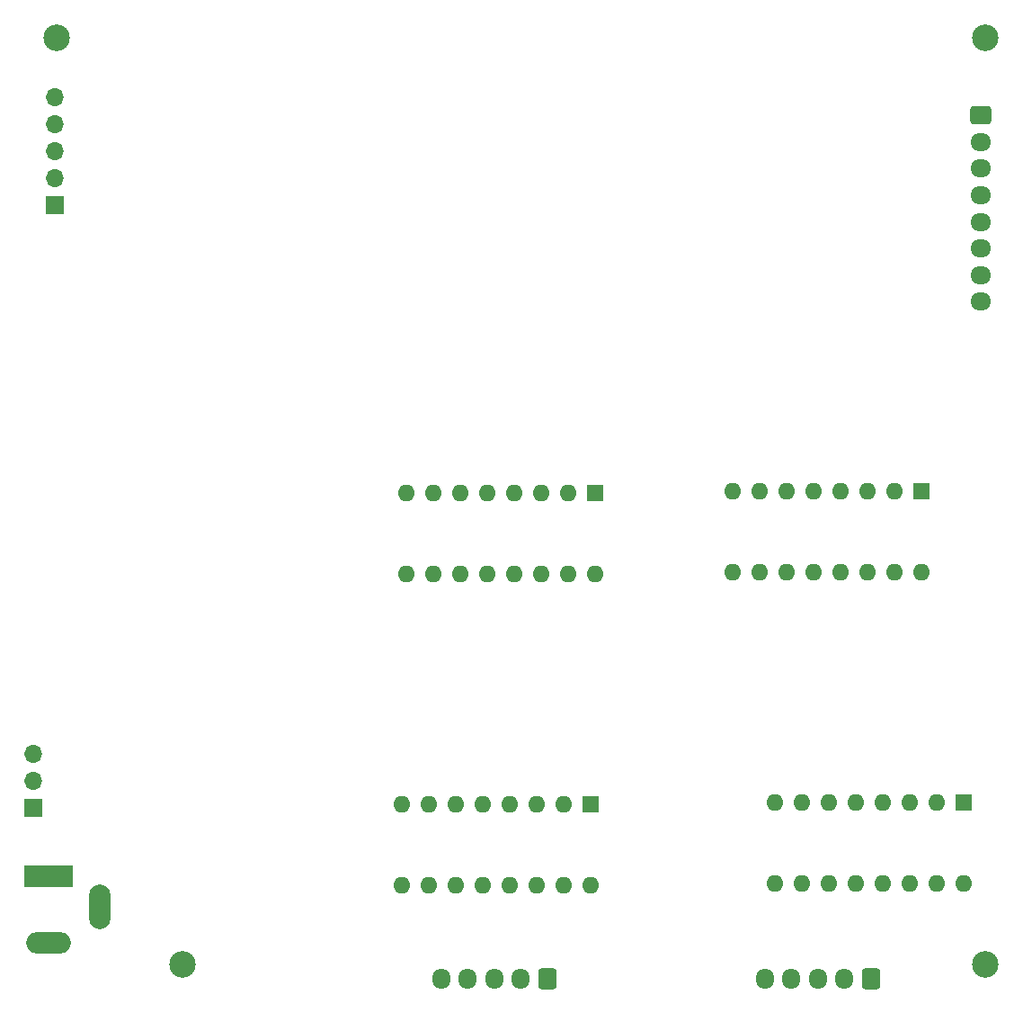
<source format=gbr>
%TF.GenerationSoftware,KiCad,Pcbnew,(6.0.7)*%
%TF.CreationDate,2022-10-20T08:35:26-05:00*%
%TF.ProjectId,ESP32,45535033-322e-46b6-9963-61645f706362,rev?*%
%TF.SameCoordinates,Original*%
%TF.FileFunction,Soldermask,Bot*%
%TF.FilePolarity,Negative*%
%FSLAX46Y46*%
G04 Gerber Fmt 4.6, Leading zero omitted, Abs format (unit mm)*
G04 Created by KiCad (PCBNEW (6.0.7)) date 2022-10-20 08:35:26*
%MOMM*%
%LPD*%
G01*
G04 APERTURE LIST*
G04 Aperture macros list*
%AMRoundRect*
0 Rectangle with rounded corners*
0 $1 Rounding radius*
0 $2 $3 $4 $5 $6 $7 $8 $9 X,Y pos of 4 corners*
0 Add a 4 corners polygon primitive as box body*
4,1,4,$2,$3,$4,$5,$6,$7,$8,$9,$2,$3,0*
0 Add four circle primitives for the rounded corners*
1,1,$1+$1,$2,$3*
1,1,$1+$1,$4,$5*
1,1,$1+$1,$6,$7*
1,1,$1+$1,$8,$9*
0 Add four rect primitives between the rounded corners*
20,1,$1+$1,$2,$3,$4,$5,0*
20,1,$1+$1,$4,$5,$6,$7,0*
20,1,$1+$1,$6,$7,$8,$9,0*
20,1,$1+$1,$8,$9,$2,$3,0*%
G04 Aperture macros list end*
%ADD10C,2.500000*%
%ADD11R,4.600000X2.000000*%
%ADD12O,4.200000X2.000000*%
%ADD13O,2.000000X4.200000*%
%ADD14RoundRect,0.250000X0.600000X0.725000X-0.600000X0.725000X-0.600000X-0.725000X0.600000X-0.725000X0*%
%ADD15O,1.700000X1.950000*%
%ADD16RoundRect,0.250000X-0.725000X0.600000X-0.725000X-0.600000X0.725000X-0.600000X0.725000X0.600000X0*%
%ADD17O,1.950000X1.700000*%
%ADD18R,1.600000X1.600000*%
%ADD19O,1.600000X1.600000*%
%ADD20R,1.700000X1.700000*%
%ADD21O,1.700000X1.700000*%
G04 APERTURE END LIST*
D10*
%TO.C,H4*%
X193750000Y-146000000D03*
%TD*%
D11*
%TO.C,J3*%
X105550000Y-137650000D03*
D12*
X105550000Y-143950000D03*
D13*
X110350000Y-140550000D03*
%TD*%
D14*
%TO.C,J1*%
X152490000Y-147297500D03*
D15*
X149990000Y-147297500D03*
X147490000Y-147297500D03*
X144990000Y-147297500D03*
X142490000Y-147297500D03*
%TD*%
D10*
%TO.C,H2*%
X193750000Y-58750000D03*
%TD*%
D16*
%TO.C,U8*%
X193340000Y-66080000D03*
D17*
X193340000Y-68580000D03*
X193340000Y-71080000D03*
X193340000Y-73580000D03*
X193340000Y-76080000D03*
X193340000Y-78580000D03*
X193340000Y-81080000D03*
X193340000Y-83580000D03*
%TD*%
D18*
%TO.C,U1*%
X157000000Y-101600000D03*
D19*
X154460000Y-101600000D03*
X151920000Y-101600000D03*
X149380000Y-101600000D03*
X146840000Y-101600000D03*
X144300000Y-101600000D03*
X141760000Y-101600000D03*
X139220000Y-101600000D03*
X139220000Y-109220000D03*
X141760000Y-109220000D03*
X144300000Y-109220000D03*
X146840000Y-109220000D03*
X149380000Y-109220000D03*
X151920000Y-109220000D03*
X154460000Y-109220000D03*
X157000000Y-109220000D03*
%TD*%
D20*
%TO.C,J4*%
X106100000Y-74520000D03*
D21*
X106100000Y-71980000D03*
X106100000Y-69440000D03*
X106100000Y-66900000D03*
X106100000Y-64360000D03*
%TD*%
D14*
%TO.C,J2*%
X182970000Y-147297500D03*
D15*
X180470000Y-147297500D03*
X177970000Y-147297500D03*
X175470000Y-147297500D03*
X172970000Y-147297500D03*
%TD*%
D18*
%TO.C,U3*%
X156600000Y-130900000D03*
D19*
X154060000Y-130900000D03*
X151520000Y-130900000D03*
X148980000Y-130900000D03*
X146440000Y-130900000D03*
X143900000Y-130900000D03*
X141360000Y-130900000D03*
X138820000Y-130900000D03*
X138820000Y-138520000D03*
X141360000Y-138520000D03*
X143900000Y-138520000D03*
X146440000Y-138520000D03*
X148980000Y-138520000D03*
X151520000Y-138520000D03*
X154060000Y-138520000D03*
X156600000Y-138520000D03*
%TD*%
D20*
%TO.C,JP1*%
X104100000Y-131240000D03*
D21*
X104100000Y-128700000D03*
X104100000Y-126160000D03*
%TD*%
D18*
%TO.C,U4*%
X191700000Y-130700000D03*
D19*
X189160000Y-130700000D03*
X186620000Y-130700000D03*
X184080000Y-130700000D03*
X181540000Y-130700000D03*
X179000000Y-130700000D03*
X176460000Y-130700000D03*
X173920000Y-130700000D03*
X173920000Y-138320000D03*
X176460000Y-138320000D03*
X179000000Y-138320000D03*
X181540000Y-138320000D03*
X184080000Y-138320000D03*
X186620000Y-138320000D03*
X189160000Y-138320000D03*
X191700000Y-138320000D03*
%TD*%
D10*
%TO.C,H1*%
X106250000Y-58750000D03*
%TD*%
%TO.C,H3*%
X118110000Y-146000000D03*
%TD*%
D18*
%TO.C,U2*%
X187700000Y-101400000D03*
D19*
X185160000Y-101400000D03*
X182620000Y-101400000D03*
X180080000Y-101400000D03*
X177540000Y-101400000D03*
X175000000Y-101400000D03*
X172460000Y-101400000D03*
X169920000Y-101400000D03*
X169920000Y-109020000D03*
X172460000Y-109020000D03*
X175000000Y-109020000D03*
X177540000Y-109020000D03*
X180080000Y-109020000D03*
X182620000Y-109020000D03*
X185160000Y-109020000D03*
X187700000Y-109020000D03*
%TD*%
M02*

</source>
